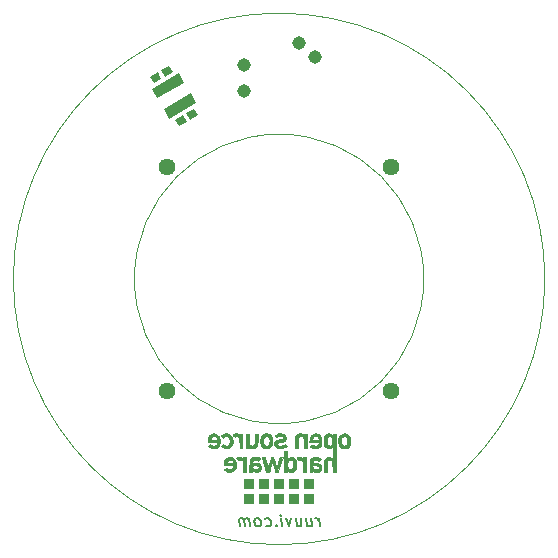
<source format=gbs>
G04 #@! TF.FileFunction,Soldermask,Bot*
%FSLAX46Y46*%
G04 Gerber Fmt 4.6, Leading zero omitted, Abs format (unit mm)*
G04 Created by KiCad (PCBNEW (2015-09-17 BZR 6202)-product) date 2015 September 30, Wednesday 13:53:37*
%MOMM*%
G01*
G04 APERTURE LIST*
%ADD10C,0.100000*%
%ADD11C,0.010000*%
%ADD12C,0.200000*%
%ADD13C,1.140000*%
%ADD14C,1.440000*%
%ADD15R,0.940000X0.940000*%
G04 APERTURE END LIST*
D10*
D11*
X45000000Y-22500000D02*
G75*
G03X45000000Y-22500000I-22500000J0D01*
G01*
X34750000Y-22500000D02*
G75*
G03X34750000Y-22500000I-12250000J0D01*
G01*
D12*
X25937500Y-43452381D02*
X25854166Y-42785714D01*
X25877976Y-42976190D02*
X25818452Y-42880952D01*
X25764881Y-42833333D01*
X25663690Y-42785714D01*
X25568451Y-42785714D01*
X24806546Y-42785714D02*
X24889880Y-43452381D01*
X25235118Y-42785714D02*
X25300594Y-43309524D01*
X25264880Y-43404762D01*
X25175595Y-43452381D01*
X25032737Y-43452381D01*
X24931546Y-43404762D01*
X24877975Y-43357143D01*
X23901784Y-42785714D02*
X23985118Y-43452381D01*
X24330356Y-42785714D02*
X24395832Y-43309524D01*
X24360118Y-43404762D01*
X24270833Y-43452381D01*
X24127975Y-43452381D01*
X24026784Y-43404762D01*
X23973213Y-43357143D01*
X23520832Y-42785714D02*
X23366071Y-43452381D01*
X23044641Y-42785714D01*
X22747023Y-43452381D02*
X22663689Y-42785714D01*
X22622023Y-42452381D02*
X22675594Y-42500000D01*
X22633927Y-42547619D01*
X22580356Y-42500000D01*
X22622023Y-42452381D01*
X22633927Y-42547619D01*
X22258928Y-43357143D02*
X22217261Y-43404762D01*
X22270833Y-43452381D01*
X22312499Y-43404762D01*
X22258928Y-43357143D01*
X22270833Y-43452381D01*
X21360118Y-43404762D02*
X21461309Y-43452381D01*
X21651786Y-43452381D01*
X21741071Y-43404762D01*
X21782738Y-43357143D01*
X21818452Y-43261905D01*
X21782738Y-42976190D01*
X21723214Y-42880952D01*
X21669643Y-42833333D01*
X21568452Y-42785714D01*
X21377975Y-42785714D01*
X21288690Y-42833333D01*
X20794643Y-43452381D02*
X20883928Y-43404762D01*
X20925595Y-43357143D01*
X20961309Y-43261905D01*
X20925595Y-42976190D01*
X20866071Y-42880952D01*
X20812500Y-42833333D01*
X20711309Y-42785714D01*
X20568451Y-42785714D01*
X20479166Y-42833333D01*
X20437499Y-42880952D01*
X20401785Y-42976190D01*
X20437499Y-43261905D01*
X20497023Y-43357143D01*
X20550594Y-43404762D01*
X20651785Y-43452381D01*
X20794643Y-43452381D01*
X20032738Y-43452381D02*
X19949404Y-42785714D01*
X19961309Y-42880952D02*
X19907738Y-42833333D01*
X19806547Y-42785714D01*
X19663689Y-42785714D01*
X19574404Y-42833333D01*
X19538689Y-42928571D01*
X19604166Y-43452381D01*
X19538689Y-42928571D02*
X19479166Y-42833333D01*
X19377975Y-42785714D01*
X19235118Y-42785714D01*
X19145833Y-42833333D01*
X19110118Y-42928571D01*
X19175595Y-43452381D01*
D11*
G36*
X25521688Y-37570966D02*
X25389539Y-37592511D01*
X25280206Y-37632977D01*
X25194912Y-37691565D01*
X25134884Y-37767474D01*
X25105151Y-37842958D01*
X25099706Y-37881610D01*
X25095153Y-37949094D01*
X25091588Y-38042501D01*
X25089106Y-38158922D01*
X25087804Y-38295449D01*
X25087625Y-38373842D01*
X25087625Y-38835125D01*
X25325750Y-38835125D01*
X25325750Y-38779562D01*
X25331061Y-38738324D01*
X25345095Y-38725189D01*
X25365006Y-38741685D01*
X25372636Y-38754367D01*
X25405600Y-38786322D01*
X25462779Y-38812229D01*
X25536969Y-38830598D01*
X25620963Y-38839939D01*
X25707555Y-38838762D01*
X25753523Y-38833118D01*
X25836815Y-38810334D01*
X25916834Y-38773169D01*
X25981227Y-38727740D01*
X25995882Y-38713159D01*
X26044463Y-38638982D01*
X26075375Y-38548829D01*
X26084571Y-38455398D01*
X26084457Y-38453532D01*
X25853955Y-38453532D01*
X25844834Y-38516178D01*
X25814046Y-38560225D01*
X25762319Y-38590873D01*
X25717682Y-38602328D01*
X25653789Y-38609205D01*
X25581176Y-38611450D01*
X25510380Y-38609012D01*
X25451937Y-38601838D01*
X25421000Y-38592576D01*
X25376653Y-38553908D01*
X25344404Y-38492060D01*
X25327509Y-38414344D01*
X25325775Y-38378718D01*
X25325750Y-38295375D01*
X25504344Y-38295463D01*
X25622243Y-38298348D01*
X25712009Y-38307833D01*
X25776839Y-38325364D01*
X25819929Y-38352386D01*
X25844475Y-38390345D01*
X25853674Y-38440684D01*
X25853955Y-38453532D01*
X26084457Y-38453532D01*
X26083508Y-38438081D01*
X26066800Y-38345460D01*
X26032554Y-38271026D01*
X25982398Y-38210227D01*
X25946105Y-38176315D01*
X25911035Y-38151209D01*
X25871423Y-38133375D01*
X25821506Y-38121280D01*
X25755519Y-38113390D01*
X25667697Y-38108172D01*
X25587688Y-38105206D01*
X25333688Y-38096937D01*
X25328755Y-38019210D01*
X25332337Y-37939740D01*
X25352590Y-37876791D01*
X25387442Y-37836327D01*
X25393457Y-37832748D01*
X25454039Y-37811589D01*
X25530001Y-37801056D01*
X25611923Y-37800691D01*
X25690386Y-37810033D01*
X25755968Y-37828623D01*
X25795662Y-37852377D01*
X25832314Y-37886809D01*
X25928475Y-37815351D01*
X26024635Y-37743893D01*
X25974557Y-37694932D01*
X25888022Y-37632019D01*
X25779941Y-37589969D01*
X25653420Y-37569631D01*
X25521688Y-37570966D01*
X25521688Y-37570966D01*
G37*
X25521688Y-37570966D02*
X25389539Y-37592511D01*
X25280206Y-37632977D01*
X25194912Y-37691565D01*
X25134884Y-37767474D01*
X25105151Y-37842958D01*
X25099706Y-37881610D01*
X25095153Y-37949094D01*
X25091588Y-38042501D01*
X25089106Y-38158922D01*
X25087804Y-38295449D01*
X25087625Y-38373842D01*
X25087625Y-38835125D01*
X25325750Y-38835125D01*
X25325750Y-38779562D01*
X25331061Y-38738324D01*
X25345095Y-38725189D01*
X25365006Y-38741685D01*
X25372636Y-38754367D01*
X25405600Y-38786322D01*
X25462779Y-38812229D01*
X25536969Y-38830598D01*
X25620963Y-38839939D01*
X25707555Y-38838762D01*
X25753523Y-38833118D01*
X25836815Y-38810334D01*
X25916834Y-38773169D01*
X25981227Y-38727740D01*
X25995882Y-38713159D01*
X26044463Y-38638982D01*
X26075375Y-38548829D01*
X26084571Y-38455398D01*
X26084457Y-38453532D01*
X25853955Y-38453532D01*
X25844834Y-38516178D01*
X25814046Y-38560225D01*
X25762319Y-38590873D01*
X25717682Y-38602328D01*
X25653789Y-38609205D01*
X25581176Y-38611450D01*
X25510380Y-38609012D01*
X25451937Y-38601838D01*
X25421000Y-38592576D01*
X25376653Y-38553908D01*
X25344404Y-38492060D01*
X25327509Y-38414344D01*
X25325775Y-38378718D01*
X25325750Y-38295375D01*
X25504344Y-38295463D01*
X25622243Y-38298348D01*
X25712009Y-38307833D01*
X25776839Y-38325364D01*
X25819929Y-38352386D01*
X25844475Y-38390345D01*
X25853674Y-38440684D01*
X25853955Y-38453532D01*
X26084457Y-38453532D01*
X26083508Y-38438081D01*
X26066800Y-38345460D01*
X26032554Y-38271026D01*
X25982398Y-38210227D01*
X25946105Y-38176315D01*
X25911035Y-38151209D01*
X25871423Y-38133375D01*
X25821506Y-38121280D01*
X25755519Y-38113390D01*
X25667697Y-38108172D01*
X25587688Y-38105206D01*
X25333688Y-38096937D01*
X25328755Y-38019210D01*
X25332337Y-37939740D01*
X25352590Y-37876791D01*
X25387442Y-37836327D01*
X25393457Y-37832748D01*
X25454039Y-37811589D01*
X25530001Y-37801056D01*
X25611923Y-37800691D01*
X25690386Y-37810033D01*
X25755968Y-37828623D01*
X25795662Y-37852377D01*
X25832314Y-37886809D01*
X25928475Y-37815351D01*
X26024635Y-37743893D01*
X25974557Y-37694932D01*
X25888022Y-37632019D01*
X25779941Y-37589969D01*
X25653420Y-37569631D01*
X25521688Y-37570966D01*
G36*
X22944500Y-38835125D02*
X23182625Y-38835125D01*
X23182625Y-38771625D01*
X23184418Y-38731842D01*
X23188897Y-38709733D01*
X23190700Y-38708125D01*
X23207113Y-38716657D01*
X23240108Y-38738443D01*
X23263391Y-38754932D01*
X23367271Y-38812272D01*
X23478200Y-38838673D01*
X23596873Y-38834301D01*
X23596916Y-38834294D01*
X23682188Y-38812496D01*
X23752767Y-38773793D01*
X23819796Y-38711822D01*
X23828647Y-38701934D01*
X23865411Y-38655901D01*
X23892533Y-38609385D01*
X23911784Y-38556010D01*
X23924938Y-38489400D01*
X23933767Y-38403181D01*
X23939492Y-38303312D01*
X23941667Y-38200592D01*
X23694741Y-38200592D01*
X23692598Y-38307489D01*
X23685271Y-38388532D01*
X23671415Y-38449381D01*
X23649685Y-38495699D01*
X23618735Y-38533149D01*
X23614852Y-38536838D01*
X23579056Y-38567368D01*
X23546383Y-38584901D01*
X23506499Y-38592378D01*
X23449072Y-38592740D01*
X23422110Y-38591695D01*
X23365062Y-38587844D01*
X23328331Y-38579331D01*
X23300485Y-38561366D01*
X23270090Y-38529159D01*
X23268508Y-38527331D01*
X23238890Y-38487349D01*
X23217978Y-38442895D01*
X23204509Y-38387858D01*
X23197224Y-38316127D01*
X23194861Y-38221590D01*
X23195054Y-38171357D01*
X23202585Y-38050220D01*
X23223510Y-37956472D01*
X23259227Y-37888106D01*
X23311131Y-37843115D01*
X23380618Y-37819493D01*
X23443286Y-37814589D01*
X23524816Y-37822130D01*
X23588239Y-37846468D01*
X23635232Y-37890175D01*
X23667470Y-37955824D01*
X23686629Y-38045989D01*
X23694385Y-38163240D01*
X23694741Y-38200592D01*
X23941667Y-38200592D01*
X23942949Y-38140072D01*
X23936421Y-38004107D01*
X23918971Y-37892259D01*
X23889661Y-37801369D01*
X23847551Y-37728280D01*
X23791705Y-37669831D01*
X23740644Y-37633945D01*
X23634375Y-37587399D01*
X23524622Y-37571683D01*
X23414709Y-37586615D01*
X23307960Y-37632014D01*
X23265094Y-37659959D01*
X23226027Y-37687219D01*
X23198321Y-37704627D01*
X23190700Y-37708000D01*
X23188246Y-37692917D01*
X23186092Y-37650837D01*
X23184359Y-37586512D01*
X23183169Y-37504695D01*
X23182641Y-37410138D01*
X23182625Y-37390500D01*
X23182625Y-37073000D01*
X22944500Y-37073000D01*
X22944500Y-38835125D01*
X22944500Y-38835125D01*
G37*
X22944500Y-38835125D02*
X23182625Y-38835125D01*
X23182625Y-38771625D01*
X23184418Y-38731842D01*
X23188897Y-38709733D01*
X23190700Y-38708125D01*
X23207113Y-38716657D01*
X23240108Y-38738443D01*
X23263391Y-38754932D01*
X23367271Y-38812272D01*
X23478200Y-38838673D01*
X23596873Y-38834301D01*
X23596916Y-38834294D01*
X23682188Y-38812496D01*
X23752767Y-38773793D01*
X23819796Y-38711822D01*
X23828647Y-38701934D01*
X23865411Y-38655901D01*
X23892533Y-38609385D01*
X23911784Y-38556010D01*
X23924938Y-38489400D01*
X23933767Y-38403181D01*
X23939492Y-38303312D01*
X23941667Y-38200592D01*
X23694741Y-38200592D01*
X23692598Y-38307489D01*
X23685271Y-38388532D01*
X23671415Y-38449381D01*
X23649685Y-38495699D01*
X23618735Y-38533149D01*
X23614852Y-38536838D01*
X23579056Y-38567368D01*
X23546383Y-38584901D01*
X23506499Y-38592378D01*
X23449072Y-38592740D01*
X23422110Y-38591695D01*
X23365062Y-38587844D01*
X23328331Y-38579331D01*
X23300485Y-38561366D01*
X23270090Y-38529159D01*
X23268508Y-38527331D01*
X23238890Y-38487349D01*
X23217978Y-38442895D01*
X23204509Y-38387858D01*
X23197224Y-38316127D01*
X23194861Y-38221590D01*
X23195054Y-38171357D01*
X23202585Y-38050220D01*
X23223510Y-37956472D01*
X23259227Y-37888106D01*
X23311131Y-37843115D01*
X23380618Y-37819493D01*
X23443286Y-37814589D01*
X23524816Y-37822130D01*
X23588239Y-37846468D01*
X23635232Y-37890175D01*
X23667470Y-37955824D01*
X23686629Y-38045989D01*
X23694385Y-38163240D01*
X23694741Y-38200592D01*
X23941667Y-38200592D01*
X23942949Y-38140072D01*
X23936421Y-38004107D01*
X23918971Y-37892259D01*
X23889661Y-37801369D01*
X23847551Y-37728280D01*
X23791705Y-37669831D01*
X23740644Y-37633945D01*
X23634375Y-37587399D01*
X23524622Y-37571683D01*
X23414709Y-37586615D01*
X23307960Y-37632014D01*
X23265094Y-37659959D01*
X23226027Y-37687219D01*
X23198321Y-37704627D01*
X23190700Y-37708000D01*
X23188246Y-37692917D01*
X23186092Y-37650837D01*
X23184359Y-37586512D01*
X23183169Y-37504695D01*
X23182641Y-37410138D01*
X23182625Y-37390500D01*
X23182625Y-37073000D01*
X22944500Y-37073000D01*
X22944500Y-38835125D01*
G36*
X20373605Y-37576554D02*
X20249030Y-37606984D01*
X20150053Y-37655946D01*
X20076235Y-37723808D01*
X20027132Y-37810936D01*
X20007738Y-37880823D01*
X20003462Y-37919569D01*
X19999618Y-37984864D01*
X19996365Y-38071508D01*
X19993863Y-38174301D01*
X19992272Y-38288043D01*
X19991750Y-38400729D01*
X19991750Y-38835125D01*
X20229875Y-38835125D01*
X20229875Y-38779562D01*
X20233549Y-38738750D01*
X20246605Y-38726650D01*
X20272098Y-38742469D01*
X20292943Y-38763226D01*
X20349640Y-38802903D01*
X20429228Y-38829367D01*
X20525167Y-38841309D01*
X20630913Y-38837420D01*
X20650898Y-38834879D01*
X20755794Y-38806845D01*
X20847549Y-38756503D01*
X20920765Y-38687945D01*
X20970041Y-38605268D01*
X20976309Y-38588127D01*
X20986980Y-38531359D01*
X20989377Y-38458594D01*
X20987976Y-38432384D01*
X20765466Y-38432384D01*
X20759961Y-38490197D01*
X20728606Y-38544446D01*
X20691872Y-38576622D01*
X20637823Y-38599251D01*
X20564380Y-38612324D01*
X20482470Y-38615699D01*
X20403023Y-38609233D01*
X20336965Y-38592783D01*
X20313645Y-38581558D01*
X20281553Y-38557639D01*
X20261003Y-38528086D01*
X20249064Y-38485160D01*
X20242807Y-38421122D01*
X20241349Y-38390625D01*
X20237813Y-38303312D01*
X20413648Y-38298849D01*
X20523727Y-38299009D01*
X20607451Y-38306594D01*
X20669585Y-38322756D01*
X20714898Y-38348644D01*
X20743202Y-38378416D01*
X20765466Y-38432384D01*
X20987976Y-38432384D01*
X20987716Y-38427531D01*
X20967699Y-38326173D01*
X20924078Y-38244506D01*
X20854401Y-38178542D01*
X20821575Y-38157346D01*
X20791507Y-38140541D01*
X20763419Y-38128370D01*
X20731254Y-38119869D01*
X20688953Y-38114075D01*
X20630457Y-38110023D01*
X20549710Y-38106749D01*
X20491813Y-38104875D01*
X20237813Y-38096937D01*
X20232949Y-38038459D01*
X20235883Y-37950517D01*
X20259996Y-37881909D01*
X20304135Y-37835475D01*
X20318707Y-37827405D01*
X20378087Y-37808456D01*
X20449467Y-37799403D01*
X20525439Y-37799464D01*
X20598595Y-37807857D01*
X20661525Y-37823800D01*
X20706820Y-37846511D01*
X20725867Y-37870384D01*
X20738710Y-37875884D01*
X20768953Y-37863027D01*
X20818506Y-37830725D01*
X20889274Y-37777889D01*
X20892825Y-37775137D01*
X20916885Y-37752798D01*
X20917099Y-37733018D01*
X20904000Y-37712013D01*
X20851216Y-37661263D01*
X20774022Y-37619898D01*
X20678798Y-37589548D01*
X20571923Y-37571842D01*
X20459776Y-37568409D01*
X20373605Y-37576554D01*
X20373605Y-37576554D01*
G37*
X20373605Y-37576554D02*
X20249030Y-37606984D01*
X20150053Y-37655946D01*
X20076235Y-37723808D01*
X20027132Y-37810936D01*
X20007738Y-37880823D01*
X20003462Y-37919569D01*
X19999618Y-37984864D01*
X19996365Y-38071508D01*
X19993863Y-38174301D01*
X19992272Y-38288043D01*
X19991750Y-38400729D01*
X19991750Y-38835125D01*
X20229875Y-38835125D01*
X20229875Y-38779562D01*
X20233549Y-38738750D01*
X20246605Y-38726650D01*
X20272098Y-38742469D01*
X20292943Y-38763226D01*
X20349640Y-38802903D01*
X20429228Y-38829367D01*
X20525167Y-38841309D01*
X20630913Y-38837420D01*
X20650898Y-38834879D01*
X20755794Y-38806845D01*
X20847549Y-38756503D01*
X20920765Y-38687945D01*
X20970041Y-38605268D01*
X20976309Y-38588127D01*
X20986980Y-38531359D01*
X20989377Y-38458594D01*
X20987976Y-38432384D01*
X20765466Y-38432384D01*
X20759961Y-38490197D01*
X20728606Y-38544446D01*
X20691872Y-38576622D01*
X20637823Y-38599251D01*
X20564380Y-38612324D01*
X20482470Y-38615699D01*
X20403023Y-38609233D01*
X20336965Y-38592783D01*
X20313645Y-38581558D01*
X20281553Y-38557639D01*
X20261003Y-38528086D01*
X20249064Y-38485160D01*
X20242807Y-38421122D01*
X20241349Y-38390625D01*
X20237813Y-38303312D01*
X20413648Y-38298849D01*
X20523727Y-38299009D01*
X20607451Y-38306594D01*
X20669585Y-38322756D01*
X20714898Y-38348644D01*
X20743202Y-38378416D01*
X20765466Y-38432384D01*
X20987976Y-38432384D01*
X20987716Y-38427531D01*
X20967699Y-38326173D01*
X20924078Y-38244506D01*
X20854401Y-38178542D01*
X20821575Y-38157346D01*
X20791507Y-38140541D01*
X20763419Y-38128370D01*
X20731254Y-38119869D01*
X20688953Y-38114075D01*
X20630457Y-38110023D01*
X20549710Y-38106749D01*
X20491813Y-38104875D01*
X20237813Y-38096937D01*
X20232949Y-38038459D01*
X20235883Y-37950517D01*
X20259996Y-37881909D01*
X20304135Y-37835475D01*
X20318707Y-37827405D01*
X20378087Y-37808456D01*
X20449467Y-37799403D01*
X20525439Y-37799464D01*
X20598595Y-37807857D01*
X20661525Y-37823800D01*
X20706820Y-37846511D01*
X20725867Y-37870384D01*
X20738710Y-37875884D01*
X20768953Y-37863027D01*
X20818506Y-37830725D01*
X20889274Y-37777889D01*
X20892825Y-37775137D01*
X20916885Y-37752798D01*
X20917099Y-37733018D01*
X20904000Y-37712013D01*
X20851216Y-37661263D01*
X20774022Y-37619898D01*
X20678798Y-37589548D01*
X20571923Y-37571842D01*
X20459776Y-37568409D01*
X20373605Y-37576554D01*
G36*
X18254520Y-37577682D02*
X18235488Y-37581293D01*
X18151062Y-37602909D01*
X18084706Y-37631892D01*
X18022748Y-37675053D01*
X17989319Y-37703921D01*
X17924681Y-37777406D01*
X17876299Y-37867924D01*
X17843101Y-37978763D01*
X17824014Y-38113210D01*
X17818380Y-38227906D01*
X17817104Y-38295375D01*
X18213865Y-38295375D01*
X18339333Y-38295246D01*
X18436377Y-38295532D01*
X18508316Y-38297242D01*
X18558471Y-38301387D01*
X18590160Y-38308975D01*
X18606704Y-38321017D01*
X18611423Y-38338521D01*
X18607636Y-38362496D01*
X18598664Y-38393954D01*
X18593796Y-38410902D01*
X18562064Y-38480188D01*
X18511550Y-38542166D01*
X18451308Y-38586778D01*
X18425587Y-38597817D01*
X18335735Y-38612673D01*
X18237807Y-38604236D01*
X18143399Y-38574137D01*
X18102651Y-38552419D01*
X18021178Y-38501773D01*
X17942847Y-38569230D01*
X17902717Y-38605305D01*
X17874466Y-38633596D01*
X17864508Y-38647356D01*
X17875599Y-38662747D01*
X17904165Y-38691076D01*
X17930710Y-38714698D01*
X18031190Y-38780364D01*
X18149437Y-38822493D01*
X18280669Y-38839904D01*
X18409221Y-38833011D01*
X18529135Y-38801801D01*
X18631497Y-38744898D01*
X18715331Y-38663691D01*
X18779660Y-38559567D01*
X18823509Y-38433912D01*
X18845904Y-38288114D01*
X18848750Y-38208062D01*
X18840959Y-38104875D01*
X18614683Y-38104875D01*
X18070875Y-38104875D01*
X18070875Y-38060613D01*
X18081297Y-38007377D01*
X18108011Y-37945361D01*
X18144197Y-37887548D01*
X18183032Y-37846925D01*
X18183229Y-37846781D01*
X18257894Y-37810652D01*
X18342260Y-37798921D01*
X18426221Y-37811566D01*
X18498272Y-37847511D01*
X18556493Y-37910173D01*
X18594315Y-37994175D01*
X18603908Y-38037487D01*
X18614683Y-38104875D01*
X18840959Y-38104875D01*
X18837294Y-38056339D01*
X18804166Y-37921647D01*
X18751227Y-37805889D01*
X18680339Y-37710966D01*
X18593363Y-37638782D01*
X18492160Y-37591239D01*
X18378592Y-37570238D01*
X18254520Y-37577682D01*
X18254520Y-37577682D01*
G37*
X18254520Y-37577682D02*
X18235488Y-37581293D01*
X18151062Y-37602909D01*
X18084706Y-37631892D01*
X18022748Y-37675053D01*
X17989319Y-37703921D01*
X17924681Y-37777406D01*
X17876299Y-37867924D01*
X17843101Y-37978763D01*
X17824014Y-38113210D01*
X17818380Y-38227906D01*
X17817104Y-38295375D01*
X18213865Y-38295375D01*
X18339333Y-38295246D01*
X18436377Y-38295532D01*
X18508316Y-38297242D01*
X18558471Y-38301387D01*
X18590160Y-38308975D01*
X18606704Y-38321017D01*
X18611423Y-38338521D01*
X18607636Y-38362496D01*
X18598664Y-38393954D01*
X18593796Y-38410902D01*
X18562064Y-38480188D01*
X18511550Y-38542166D01*
X18451308Y-38586778D01*
X18425587Y-38597817D01*
X18335735Y-38612673D01*
X18237807Y-38604236D01*
X18143399Y-38574137D01*
X18102651Y-38552419D01*
X18021178Y-38501773D01*
X17942847Y-38569230D01*
X17902717Y-38605305D01*
X17874466Y-38633596D01*
X17864508Y-38647356D01*
X17875599Y-38662747D01*
X17904165Y-38691076D01*
X17930710Y-38714698D01*
X18031190Y-38780364D01*
X18149437Y-38822493D01*
X18280669Y-38839904D01*
X18409221Y-38833011D01*
X18529135Y-38801801D01*
X18631497Y-38744898D01*
X18715331Y-38663691D01*
X18779660Y-38559567D01*
X18823509Y-38433912D01*
X18845904Y-38288114D01*
X18848750Y-38208062D01*
X18840959Y-38104875D01*
X18614683Y-38104875D01*
X18070875Y-38104875D01*
X18070875Y-38060613D01*
X18081297Y-38007377D01*
X18108011Y-37945361D01*
X18144197Y-37887548D01*
X18183032Y-37846925D01*
X18183229Y-37846781D01*
X18257894Y-37810652D01*
X18342260Y-37798921D01*
X18426221Y-37811566D01*
X18498272Y-37847511D01*
X18556493Y-37910173D01*
X18594315Y-37994175D01*
X18603908Y-38037487D01*
X18614683Y-38104875D01*
X18840959Y-38104875D01*
X18837294Y-38056339D01*
X18804166Y-37921647D01*
X18751227Y-37805889D01*
X18680339Y-37710966D01*
X18593363Y-37638782D01*
X18492160Y-37591239D01*
X18378592Y-37570238D01*
X18254520Y-37577682D01*
G36*
X26588889Y-35595181D02*
X26523430Y-35618432D01*
X26446468Y-35667116D01*
X26377845Y-35733966D01*
X26326165Y-35809512D01*
X26306054Y-35857719D01*
X26298200Y-35901834D01*
X26292329Y-35970773D01*
X26288428Y-36057674D01*
X26286483Y-36155675D01*
X26286481Y-36257914D01*
X26288407Y-36357527D01*
X26292249Y-36447653D01*
X26297991Y-36521429D01*
X26305620Y-36571992D01*
X26307503Y-36579160D01*
X26338095Y-36642308D01*
X26388957Y-36708292D01*
X26451363Y-36768323D01*
X26516593Y-36813612D01*
X26557905Y-36831444D01*
X26669339Y-36849218D01*
X26781646Y-36839556D01*
X26887280Y-36804137D01*
X26978692Y-36744637D01*
X26988657Y-36735670D01*
X27024375Y-36702340D01*
X27024375Y-37713534D01*
X26988657Y-37680487D01*
X26907622Y-37624308D01*
X26811872Y-37587680D01*
X26710018Y-37571934D01*
X26610672Y-37578402D01*
X26522464Y-37608405D01*
X26435222Y-37663243D01*
X26371472Y-37725382D01*
X26325545Y-37797631D01*
X26314389Y-37820186D01*
X26305528Y-37841859D01*
X26298653Y-37866528D01*
X26293454Y-37898068D01*
X26289623Y-37940357D01*
X26286852Y-37997272D01*
X26284831Y-38072688D01*
X26283253Y-38170485D01*
X26281808Y-38294537D01*
X26281172Y-38354906D01*
X26276156Y-38835125D01*
X26514071Y-38835125D01*
X26519192Y-38410468D01*
X26520848Y-38282776D01*
X26522591Y-38182799D01*
X26524756Y-38106504D01*
X26527677Y-38049858D01*
X26531686Y-38008828D01*
X26537119Y-37979379D01*
X26544308Y-37957479D01*
X26553588Y-37939094D01*
X26558935Y-37930250D01*
X26615993Y-37864661D01*
X26689241Y-37825999D01*
X26779995Y-37813581D01*
X26783516Y-37813614D01*
X26859497Y-37823402D01*
X26920336Y-37853746D01*
X26975443Y-37909667D01*
X26983707Y-37920453D01*
X26993445Y-37935055D01*
X27001106Y-37952321D01*
X27006990Y-37976119D01*
X27011399Y-38010315D01*
X27014636Y-38058776D01*
X27017002Y-38125368D01*
X27018800Y-38213959D01*
X27020331Y-38328415D01*
X27021125Y-38399691D01*
X27025811Y-38835125D01*
X27278375Y-38835125D01*
X27278375Y-36223687D01*
X27016438Y-36223687D01*
X27016073Y-36313188D01*
X27014406Y-36377344D01*
X27010574Y-36422559D01*
X27003719Y-36455235D01*
X26992979Y-36481775D01*
X26978330Y-36507239D01*
X26943221Y-36550911D01*
X26902381Y-36584678D01*
X26891017Y-36590841D01*
X26831219Y-36605969D01*
X26759497Y-36607355D01*
X26689411Y-36596058D01*
X26634523Y-36573135D01*
X26630811Y-36570552D01*
X26589311Y-36533369D01*
X26559571Y-36488208D01*
X26539951Y-36429607D01*
X26528812Y-36352102D01*
X26524514Y-36250230D01*
X26524313Y-36215750D01*
X26526963Y-36105787D01*
X26535997Y-36021775D01*
X26553042Y-35958273D01*
X26579725Y-35909840D01*
X26617673Y-35871036D01*
X26630287Y-35861339D01*
X26694520Y-35831783D01*
X26771869Y-35821748D01*
X26849932Y-35831860D01*
X26892392Y-35848082D01*
X26936429Y-35874981D01*
X26968940Y-35907602D01*
X26991556Y-35950886D01*
X27005909Y-36009772D01*
X27013629Y-36089201D01*
X27016348Y-36194113D01*
X27016438Y-36223687D01*
X27278375Y-36223687D01*
X27278375Y-35596625D01*
X27024375Y-35596625D01*
X27024375Y-35663095D01*
X27024376Y-35729565D01*
X26980719Y-35687928D01*
X26897794Y-35629640D01*
X26799457Y-35593933D01*
X26693794Y-35582038D01*
X26588889Y-35595181D01*
X26588889Y-35595181D01*
G37*
X26588889Y-35595181D02*
X26523430Y-35618432D01*
X26446468Y-35667116D01*
X26377845Y-35733966D01*
X26326165Y-35809512D01*
X26306054Y-35857719D01*
X26298200Y-35901834D01*
X26292329Y-35970773D01*
X26288428Y-36057674D01*
X26286483Y-36155675D01*
X26286481Y-36257914D01*
X26288407Y-36357527D01*
X26292249Y-36447653D01*
X26297991Y-36521429D01*
X26305620Y-36571992D01*
X26307503Y-36579160D01*
X26338095Y-36642308D01*
X26388957Y-36708292D01*
X26451363Y-36768323D01*
X26516593Y-36813612D01*
X26557905Y-36831444D01*
X26669339Y-36849218D01*
X26781646Y-36839556D01*
X26887280Y-36804137D01*
X26978692Y-36744637D01*
X26988657Y-36735670D01*
X27024375Y-36702340D01*
X27024375Y-37713534D01*
X26988657Y-37680487D01*
X26907622Y-37624308D01*
X26811872Y-37587680D01*
X26710018Y-37571934D01*
X26610672Y-37578402D01*
X26522464Y-37608405D01*
X26435222Y-37663243D01*
X26371472Y-37725382D01*
X26325545Y-37797631D01*
X26314389Y-37820186D01*
X26305528Y-37841859D01*
X26298653Y-37866528D01*
X26293454Y-37898068D01*
X26289623Y-37940357D01*
X26286852Y-37997272D01*
X26284831Y-38072688D01*
X26283253Y-38170485D01*
X26281808Y-38294537D01*
X26281172Y-38354906D01*
X26276156Y-38835125D01*
X26514071Y-38835125D01*
X26519192Y-38410468D01*
X26520848Y-38282776D01*
X26522591Y-38182799D01*
X26524756Y-38106504D01*
X26527677Y-38049858D01*
X26531686Y-38008828D01*
X26537119Y-37979379D01*
X26544308Y-37957479D01*
X26553588Y-37939094D01*
X26558935Y-37930250D01*
X26615993Y-37864661D01*
X26689241Y-37825999D01*
X26779995Y-37813581D01*
X26783516Y-37813614D01*
X26859497Y-37823402D01*
X26920336Y-37853746D01*
X26975443Y-37909667D01*
X26983707Y-37920453D01*
X26993445Y-37935055D01*
X27001106Y-37952321D01*
X27006990Y-37976119D01*
X27011399Y-38010315D01*
X27014636Y-38058776D01*
X27017002Y-38125368D01*
X27018800Y-38213959D01*
X27020331Y-38328415D01*
X27021125Y-38399691D01*
X27025811Y-38835125D01*
X27278375Y-38835125D01*
X27278375Y-36223687D01*
X27016438Y-36223687D01*
X27016073Y-36313188D01*
X27014406Y-36377344D01*
X27010574Y-36422559D01*
X27003719Y-36455235D01*
X26992979Y-36481775D01*
X26978330Y-36507239D01*
X26943221Y-36550911D01*
X26902381Y-36584678D01*
X26891017Y-36590841D01*
X26831219Y-36605969D01*
X26759497Y-36607355D01*
X26689411Y-36596058D01*
X26634523Y-36573135D01*
X26630811Y-36570552D01*
X26589311Y-36533369D01*
X26559571Y-36488208D01*
X26539951Y-36429607D01*
X26528812Y-36352102D01*
X26524514Y-36250230D01*
X26524313Y-36215750D01*
X26526963Y-36105787D01*
X26535997Y-36021775D01*
X26553042Y-35958273D01*
X26579725Y-35909840D01*
X26617673Y-35871036D01*
X26630287Y-35861339D01*
X26694520Y-35831783D01*
X26771869Y-35821748D01*
X26849932Y-35831860D01*
X26892392Y-35848082D01*
X26936429Y-35874981D01*
X26968940Y-35907602D01*
X26991556Y-35950886D01*
X27005909Y-36009772D01*
X27013629Y-36089201D01*
X27016348Y-36194113D01*
X27016438Y-36223687D01*
X27278375Y-36223687D01*
X27278375Y-35596625D01*
X27024375Y-35596625D01*
X27024375Y-35663095D01*
X27024376Y-35729565D01*
X26980719Y-35687928D01*
X26897794Y-35629640D01*
X26799457Y-35593933D01*
X26693794Y-35582038D01*
X26588889Y-35595181D01*
G36*
X24130473Y-37579375D02*
X24043844Y-37609487D01*
X24004311Y-37633696D01*
X23980030Y-37654954D01*
X23976375Y-37662510D01*
X23986157Y-37682063D01*
X24012052Y-37718083D01*
X24048884Y-37763484D01*
X24057079Y-37773033D01*
X24137783Y-37866191D01*
X24188048Y-37839911D01*
X24252696Y-37819796D01*
X24328085Y-37816135D01*
X24399446Y-37828707D01*
X24433627Y-37843617D01*
X24472879Y-37876431D01*
X24508902Y-37921477D01*
X24514629Y-37930981D01*
X24524645Y-37950381D01*
X24532423Y-37971341D01*
X24538244Y-37997944D01*
X24542390Y-38034270D01*
X24545143Y-38084401D01*
X24546785Y-38152417D01*
X24547597Y-38242400D01*
X24547860Y-38358431D01*
X24547875Y-38412630D01*
X24547875Y-38835125D01*
X24801875Y-38835125D01*
X24801875Y-37581000D01*
X24547875Y-37581000D01*
X24547875Y-37713534D01*
X24512157Y-37680487D01*
X24430168Y-37623682D01*
X24333536Y-37587033D01*
X24230794Y-37571833D01*
X24130473Y-37579375D01*
X24130473Y-37579375D01*
G37*
X24130473Y-37579375D02*
X24043844Y-37609487D01*
X24004311Y-37633696D01*
X23980030Y-37654954D01*
X23976375Y-37662510D01*
X23986157Y-37682063D01*
X24012052Y-37718083D01*
X24048884Y-37763484D01*
X24057079Y-37773033D01*
X24137783Y-37866191D01*
X24188048Y-37839911D01*
X24252696Y-37819796D01*
X24328085Y-37816135D01*
X24399446Y-37828707D01*
X24433627Y-37843617D01*
X24472879Y-37876431D01*
X24508902Y-37921477D01*
X24514629Y-37930981D01*
X24524645Y-37950381D01*
X24532423Y-37971341D01*
X24538244Y-37997944D01*
X24542390Y-38034270D01*
X24545143Y-38084401D01*
X24546785Y-38152417D01*
X24547597Y-38242400D01*
X24547860Y-38358431D01*
X24547875Y-38412630D01*
X24547875Y-38835125D01*
X24801875Y-38835125D01*
X24801875Y-37581000D01*
X24547875Y-37581000D01*
X24547875Y-37713534D01*
X24512157Y-37680487D01*
X24430168Y-37623682D01*
X24333536Y-37587033D01*
X24230794Y-37571833D01*
X24130473Y-37579375D01*
G36*
X22669383Y-37584351D02*
X22540231Y-37588937D01*
X22422386Y-38021531D01*
X22391635Y-38133150D01*
X22363166Y-38234086D01*
X22338122Y-38320473D01*
X22317647Y-38388446D01*
X22302885Y-38434137D01*
X22294980Y-38453681D01*
X22294399Y-38454125D01*
X22287126Y-38439624D01*
X22271542Y-38398635D01*
X22248951Y-38334930D01*
X22220660Y-38252278D01*
X22187974Y-38154451D01*
X22152198Y-38045218D01*
X22143245Y-38017562D01*
X22002233Y-37581000D01*
X21822401Y-37581000D01*
X21802691Y-37648468D01*
X21782516Y-37715488D01*
X21756899Y-37797498D01*
X21727367Y-37889914D01*
X21695451Y-37988153D01*
X21662680Y-38087629D01*
X21630582Y-38183760D01*
X21600687Y-38271962D01*
X21574523Y-38347650D01*
X21553621Y-38406241D01*
X21539510Y-38443152D01*
X21533948Y-38454060D01*
X21527340Y-38439339D01*
X21513733Y-38397780D01*
X21494259Y-38333235D01*
X21470049Y-38249557D01*
X21442233Y-38150600D01*
X21411943Y-38040216D01*
X21405793Y-38017498D01*
X21287899Y-37580999D01*
X21163700Y-37581000D01*
X21105373Y-37582401D01*
X21061629Y-37586118D01*
X21040096Y-37591423D01*
X21039078Y-37592906D01*
X21043633Y-37610147D01*
X21056812Y-37654382D01*
X21077603Y-37722351D01*
X21104995Y-37810798D01*
X21137979Y-37916461D01*
X21175541Y-38036083D01*
X21216672Y-38166405D01*
X21233547Y-38219695D01*
X21428438Y-38834577D01*
X21534913Y-38834851D01*
X21641387Y-38835125D01*
X21688720Y-38680343D01*
X21709575Y-38611658D01*
X21736708Y-38521582D01*
X21767401Y-38419176D01*
X21798937Y-38313498D01*
X21818480Y-38247750D01*
X21845325Y-38158510D01*
X21869681Y-38079859D01*
X21889927Y-38016850D01*
X21904442Y-37974537D01*
X21911399Y-37958161D01*
X21916865Y-37964058D01*
X21927512Y-37989499D01*
X21943792Y-38035926D01*
X21966159Y-38104779D01*
X21995062Y-38197498D01*
X22030954Y-38315525D01*
X22074287Y-38460300D01*
X22125513Y-38633264D01*
X22162735Y-38759718D01*
X22184889Y-38835125D01*
X22398643Y-38835125D01*
X22521169Y-38450156D01*
X22560223Y-38327474D01*
X22601250Y-38198638D01*
X22641633Y-38071856D01*
X22678758Y-37955338D01*
X22710011Y-37857294D01*
X22721115Y-37822476D01*
X22798534Y-37579765D01*
X22669383Y-37584351D01*
X22669383Y-37584351D01*
G37*
X22669383Y-37584351D02*
X22540231Y-37588937D01*
X22422386Y-38021531D01*
X22391635Y-38133150D01*
X22363166Y-38234086D01*
X22338122Y-38320473D01*
X22317647Y-38388446D01*
X22302885Y-38434137D01*
X22294980Y-38453681D01*
X22294399Y-38454125D01*
X22287126Y-38439624D01*
X22271542Y-38398635D01*
X22248951Y-38334930D01*
X22220660Y-38252278D01*
X22187974Y-38154451D01*
X22152198Y-38045218D01*
X22143245Y-38017562D01*
X22002233Y-37581000D01*
X21822401Y-37581000D01*
X21802691Y-37648468D01*
X21782516Y-37715488D01*
X21756899Y-37797498D01*
X21727367Y-37889914D01*
X21695451Y-37988153D01*
X21662680Y-38087629D01*
X21630582Y-38183760D01*
X21600687Y-38271962D01*
X21574523Y-38347650D01*
X21553621Y-38406241D01*
X21539510Y-38443152D01*
X21533948Y-38454060D01*
X21527340Y-38439339D01*
X21513733Y-38397780D01*
X21494259Y-38333235D01*
X21470049Y-38249557D01*
X21442233Y-38150600D01*
X21411943Y-38040216D01*
X21405793Y-38017498D01*
X21287899Y-37580999D01*
X21163700Y-37581000D01*
X21105373Y-37582401D01*
X21061629Y-37586118D01*
X21040096Y-37591423D01*
X21039078Y-37592906D01*
X21043633Y-37610147D01*
X21056812Y-37654382D01*
X21077603Y-37722351D01*
X21104995Y-37810798D01*
X21137979Y-37916461D01*
X21175541Y-38036083D01*
X21216672Y-38166405D01*
X21233547Y-38219695D01*
X21428438Y-38834577D01*
X21534913Y-38834851D01*
X21641387Y-38835125D01*
X21688720Y-38680343D01*
X21709575Y-38611658D01*
X21736708Y-38521582D01*
X21767401Y-38419176D01*
X21798937Y-38313498D01*
X21818480Y-38247750D01*
X21845325Y-38158510D01*
X21869681Y-38079859D01*
X21889927Y-38016850D01*
X21904442Y-37974537D01*
X21911399Y-37958161D01*
X21916865Y-37964058D01*
X21927512Y-37989499D01*
X21943792Y-38035926D01*
X21966159Y-38104779D01*
X21995062Y-38197498D01*
X22030954Y-38315525D01*
X22074287Y-38460300D01*
X22125513Y-38633264D01*
X22162735Y-38759718D01*
X22184889Y-38835125D01*
X22398643Y-38835125D01*
X22521169Y-38450156D01*
X22560223Y-38327474D01*
X22601250Y-38198638D01*
X22641633Y-38071856D01*
X22678758Y-37955338D01*
X22710011Y-37857294D01*
X22721115Y-37822476D01*
X22798534Y-37579765D01*
X22669383Y-37584351D01*
G36*
X19074455Y-37570607D02*
X19024518Y-37584596D01*
X18970835Y-37603405D01*
X18923551Y-37623348D01*
X18892809Y-37640738D01*
X18887379Y-37646213D01*
X18887914Y-37662865D01*
X18904323Y-37692977D01*
X18938592Y-37739493D01*
X18992711Y-37805358D01*
X19003041Y-37817533D01*
X19048988Y-37871503D01*
X19093617Y-37842261D01*
X19161751Y-37815289D01*
X19237866Y-37813254D01*
X19313518Y-37833916D01*
X19380269Y-37875038D01*
X19427626Y-37930811D01*
X19437389Y-37949364D01*
X19445052Y-37970547D01*
X19450931Y-37998388D01*
X19455336Y-38036915D01*
X19458580Y-38090157D01*
X19460977Y-38162141D01*
X19462838Y-38256897D01*
X19464477Y-38378451D01*
X19464854Y-38410468D01*
X19469769Y-38835125D01*
X19706000Y-38835125D01*
X19706000Y-37581000D01*
X19467875Y-37581000D01*
X19467875Y-37644500D01*
X19466144Y-37684282D01*
X19461818Y-37706392D01*
X19460075Y-37708000D01*
X19444212Y-37699145D01*
X19411444Y-37676295D01*
X19381406Y-37653904D01*
X19302660Y-37608756D01*
X19208741Y-37577500D01*
X19114963Y-37565155D01*
X19110502Y-37565124D01*
X19074455Y-37570607D01*
X19074455Y-37570607D01*
G37*
X19074455Y-37570607D02*
X19024518Y-37584596D01*
X18970835Y-37603405D01*
X18923551Y-37623348D01*
X18892809Y-37640738D01*
X18887379Y-37646213D01*
X18887914Y-37662865D01*
X18904323Y-37692977D01*
X18938592Y-37739493D01*
X18992711Y-37805358D01*
X19003041Y-37817533D01*
X19048988Y-37871503D01*
X19093617Y-37842261D01*
X19161751Y-37815289D01*
X19237866Y-37813254D01*
X19313518Y-37833916D01*
X19380269Y-37875038D01*
X19427626Y-37930811D01*
X19437389Y-37949364D01*
X19445052Y-37970547D01*
X19450931Y-37998388D01*
X19455336Y-38036915D01*
X19458580Y-38090157D01*
X19460977Y-38162141D01*
X19462838Y-38256897D01*
X19464477Y-38378451D01*
X19464854Y-38410468D01*
X19469769Y-38835125D01*
X19706000Y-38835125D01*
X19706000Y-37581000D01*
X19467875Y-37581000D01*
X19467875Y-37644500D01*
X19466144Y-37684282D01*
X19461818Y-37706392D01*
X19460075Y-37708000D01*
X19444212Y-37699145D01*
X19411444Y-37676295D01*
X19381406Y-37653904D01*
X19302660Y-37608756D01*
X19208741Y-37577500D01*
X19114963Y-37565155D01*
X19110502Y-37565124D01*
X19074455Y-37570607D01*
G36*
X27908052Y-35591590D02*
X27799811Y-35626495D01*
X27700319Y-35686030D01*
X27649581Y-35731066D01*
X27600249Y-35786029D01*
X27563607Y-35840287D01*
X27537896Y-35899884D01*
X27521358Y-35970864D01*
X27512234Y-36059271D01*
X27508766Y-36171152D01*
X27508563Y-36215750D01*
X27510505Y-36337016D01*
X27517502Y-36432749D01*
X27531314Y-36508993D01*
X27553699Y-36571792D01*
X27586416Y-36627191D01*
X27631223Y-36681235D01*
X27649581Y-36700433D01*
X27745371Y-36776190D01*
X27856256Y-36826608D01*
X27976494Y-36850300D01*
X28100342Y-36845883D01*
X28178104Y-36827898D01*
X28288932Y-36777542D01*
X28382016Y-36702962D01*
X28453193Y-36607901D01*
X28477265Y-36558728D01*
X28499316Y-36482769D01*
X28513699Y-36384704D01*
X28520501Y-36273190D01*
X28520043Y-36196088D01*
X28280008Y-36196088D01*
X28278292Y-36289477D01*
X28270242Y-36375058D01*
X28255838Y-36443134D01*
X28248252Y-36463383D01*
X28200376Y-36533860D01*
X28132296Y-36588076D01*
X28103875Y-36602024D01*
X28058814Y-36609728D01*
X27998019Y-36607190D01*
X27935114Y-36596263D01*
X27883722Y-36578798D01*
X27869061Y-36570117D01*
X27806941Y-36509243D01*
X27766945Y-36432664D01*
X27746085Y-36334609D01*
X27745812Y-36332099D01*
X27740825Y-36245843D01*
X27742739Y-36155844D01*
X27750744Y-36071360D01*
X27764034Y-36001650D01*
X27778092Y-35962418D01*
X27828734Y-35894569D01*
X27894859Y-35848889D01*
X27970249Y-35825328D01*
X28048683Y-35823840D01*
X28123942Y-35844377D01*
X28189807Y-35886889D01*
X28240056Y-35951329D01*
X28247325Y-35966046D01*
X28264506Y-36024675D01*
X28275407Y-36104588D01*
X28280008Y-36196088D01*
X28520043Y-36196088D01*
X28519809Y-36156881D01*
X28511710Y-36044432D01*
X28496291Y-35944499D01*
X28473640Y-35865738D01*
X28470212Y-35857604D01*
X28411109Y-35760399D01*
X28331717Y-35683347D01*
X28236875Y-35627194D01*
X28131424Y-35592686D01*
X28020203Y-35580569D01*
X27908052Y-35591590D01*
X27908052Y-35591590D01*
G37*
X27908052Y-35591590D02*
X27799811Y-35626495D01*
X27700319Y-35686030D01*
X27649581Y-35731066D01*
X27600249Y-35786029D01*
X27563607Y-35840287D01*
X27537896Y-35899884D01*
X27521358Y-35970864D01*
X27512234Y-36059271D01*
X27508766Y-36171152D01*
X27508563Y-36215750D01*
X27510505Y-36337016D01*
X27517502Y-36432749D01*
X27531314Y-36508993D01*
X27553699Y-36571792D01*
X27586416Y-36627191D01*
X27631223Y-36681235D01*
X27649581Y-36700433D01*
X27745371Y-36776190D01*
X27856256Y-36826608D01*
X27976494Y-36850300D01*
X28100342Y-36845883D01*
X28178104Y-36827898D01*
X28288932Y-36777542D01*
X28382016Y-36702962D01*
X28453193Y-36607901D01*
X28477265Y-36558728D01*
X28499316Y-36482769D01*
X28513699Y-36384704D01*
X28520501Y-36273190D01*
X28520043Y-36196088D01*
X28280008Y-36196088D01*
X28278292Y-36289477D01*
X28270242Y-36375058D01*
X28255838Y-36443134D01*
X28248252Y-36463383D01*
X28200376Y-36533860D01*
X28132296Y-36588076D01*
X28103875Y-36602024D01*
X28058814Y-36609728D01*
X27998019Y-36607190D01*
X27935114Y-36596263D01*
X27883722Y-36578798D01*
X27869061Y-36570117D01*
X27806941Y-36509243D01*
X27766945Y-36432664D01*
X27746085Y-36334609D01*
X27745812Y-36332099D01*
X27740825Y-36245843D01*
X27742739Y-36155844D01*
X27750744Y-36071360D01*
X27764034Y-36001650D01*
X27778092Y-35962418D01*
X27828734Y-35894569D01*
X27894859Y-35848889D01*
X27970249Y-35825328D01*
X28048683Y-35823840D01*
X28123942Y-35844377D01*
X28189807Y-35886889D01*
X28240056Y-35951329D01*
X28247325Y-35966046D01*
X28264506Y-36024675D01*
X28275407Y-36104588D01*
X28280008Y-36196088D01*
X28520043Y-36196088D01*
X28519809Y-36156881D01*
X28511710Y-36044432D01*
X28496291Y-35944499D01*
X28473640Y-35865738D01*
X28470212Y-35857604D01*
X28411109Y-35760399D01*
X28331717Y-35683347D01*
X28236875Y-35627194D01*
X28131424Y-35592686D01*
X28020203Y-35580569D01*
X27908052Y-35591590D01*
G36*
X25485569Y-35590028D02*
X25373292Y-35623139D01*
X25270093Y-35685429D01*
X25233424Y-35716073D01*
X25173231Y-35778176D01*
X25129872Y-35844102D01*
X25100748Y-35920676D01*
X25083261Y-36014723D01*
X25074832Y-36132406D01*
X25068324Y-36311000D01*
X25849625Y-36311000D01*
X25849277Y-36354656D01*
X25842415Y-36396837D01*
X25825738Y-36448403D01*
X25819521Y-36463060D01*
X25769447Y-36539139D01*
X25701524Y-36591628D01*
X25619705Y-36620024D01*
X25527939Y-36623821D01*
X25430177Y-36602515D01*
X25330371Y-36555600D01*
X25292028Y-36530455D01*
X25273623Y-36523949D01*
X25249642Y-36531840D01*
X25213486Y-36557225D01*
X25184872Y-36580731D01*
X25143684Y-36617195D01*
X25114416Y-36646414D01*
X25103500Y-36661861D01*
X25116518Y-36680610D01*
X25150739Y-36708844D01*
X25198918Y-36741952D01*
X25253809Y-36775324D01*
X25308167Y-36804347D01*
X25354745Y-36824413D01*
X25363330Y-36827197D01*
X25458331Y-36845216D01*
X25565119Y-36849306D01*
X25669655Y-36839739D01*
X25750123Y-36819710D01*
X25860000Y-36766629D01*
X25947476Y-36693908D01*
X26013228Y-36600357D01*
X26057934Y-36484783D01*
X26082270Y-36345996D01*
X26087562Y-36225984D01*
X26076972Y-36062866D01*
X26076225Y-36059496D01*
X25849625Y-36059496D01*
X25849625Y-36104625D01*
X25579750Y-36104625D01*
X25475689Y-36104049D01*
X25400029Y-36102161D01*
X25349440Y-36098714D01*
X25320590Y-36093464D01*
X25310149Y-36086165D01*
X25309964Y-36084781D01*
X25319708Y-36027990D01*
X25344330Y-35963238D01*
X25377552Y-35906237D01*
X25385151Y-35896584D01*
X25452936Y-35838285D01*
X25531657Y-35808594D01*
X25616985Y-35808275D01*
X25704594Y-35838096D01*
X25707385Y-35839555D01*
X25766866Y-35885021D01*
X25814648Y-35947658D01*
X25843855Y-36016838D01*
X25849625Y-36059496D01*
X26076225Y-36059496D01*
X26045867Y-35922674D01*
X25994633Y-35805929D01*
X25923654Y-35713149D01*
X25833316Y-35644852D01*
X25724004Y-35601560D01*
X25611500Y-35584504D01*
X25485569Y-35590028D01*
X25485569Y-35590028D01*
G37*
X25485569Y-35590028D02*
X25373292Y-35623139D01*
X25270093Y-35685429D01*
X25233424Y-35716073D01*
X25173231Y-35778176D01*
X25129872Y-35844102D01*
X25100748Y-35920676D01*
X25083261Y-36014723D01*
X25074832Y-36132406D01*
X25068324Y-36311000D01*
X25849625Y-36311000D01*
X25849277Y-36354656D01*
X25842415Y-36396837D01*
X25825738Y-36448403D01*
X25819521Y-36463060D01*
X25769447Y-36539139D01*
X25701524Y-36591628D01*
X25619705Y-36620024D01*
X25527939Y-36623821D01*
X25430177Y-36602515D01*
X25330371Y-36555600D01*
X25292028Y-36530455D01*
X25273623Y-36523949D01*
X25249642Y-36531840D01*
X25213486Y-36557225D01*
X25184872Y-36580731D01*
X25143684Y-36617195D01*
X25114416Y-36646414D01*
X25103500Y-36661861D01*
X25116518Y-36680610D01*
X25150739Y-36708844D01*
X25198918Y-36741952D01*
X25253809Y-36775324D01*
X25308167Y-36804347D01*
X25354745Y-36824413D01*
X25363330Y-36827197D01*
X25458331Y-36845216D01*
X25565119Y-36849306D01*
X25669655Y-36839739D01*
X25750123Y-36819710D01*
X25860000Y-36766629D01*
X25947476Y-36693908D01*
X26013228Y-36600357D01*
X26057934Y-36484783D01*
X26082270Y-36345996D01*
X26087562Y-36225984D01*
X26076972Y-36062866D01*
X26076225Y-36059496D01*
X25849625Y-36059496D01*
X25849625Y-36104625D01*
X25579750Y-36104625D01*
X25475689Y-36104049D01*
X25400029Y-36102161D01*
X25349440Y-36098714D01*
X25320590Y-36093464D01*
X25310149Y-36086165D01*
X25309964Y-36084781D01*
X25319708Y-36027990D01*
X25344330Y-35963238D01*
X25377552Y-35906237D01*
X25385151Y-35896584D01*
X25452936Y-35838285D01*
X25531657Y-35808594D01*
X25616985Y-35808275D01*
X25704594Y-35838096D01*
X25707385Y-35839555D01*
X25766866Y-35885021D01*
X25814648Y-35947658D01*
X25843855Y-36016838D01*
X25849625Y-36059496D01*
X26076225Y-36059496D01*
X26045867Y-35922674D01*
X25994633Y-35805929D01*
X25923654Y-35713149D01*
X25833316Y-35644852D01*
X25724004Y-35601560D01*
X25611500Y-35584504D01*
X25485569Y-35590028D01*
G36*
X22477959Y-35589260D02*
X22337254Y-35621750D01*
X22207881Y-35682537D01*
X22193250Y-35691599D01*
X22116687Y-35740267D01*
X22182782Y-35819210D01*
X22218781Y-35861147D01*
X22247455Y-35892630D01*
X22261568Y-35905997D01*
X22281590Y-35903418D01*
X22318615Y-35888148D01*
X22343474Y-35875209D01*
X22432261Y-35835509D01*
X22521837Y-35812823D01*
X22607463Y-35806413D01*
X22684401Y-35815539D01*
X22747910Y-35839461D01*
X22793253Y-35877441D01*
X22815689Y-35928739D01*
X22817257Y-35949122D01*
X22813259Y-35991416D01*
X22799006Y-36023678D01*
X22770447Y-36047952D01*
X22723526Y-36066281D01*
X22654191Y-36080706D01*
X22558388Y-36093270D01*
X22523817Y-36096989D01*
X22398520Y-36114551D01*
X22300453Y-36139635D01*
X22225514Y-36174635D01*
X22169598Y-36221944D01*
X22128604Y-36283957D01*
X22105318Y-36341150D01*
X22085406Y-36445958D01*
X22095573Y-36546023D01*
X22134174Y-36637890D01*
X22199565Y-36718103D01*
X22290101Y-36783207D01*
X22323837Y-36800158D01*
X22408725Y-36827657D01*
X22512082Y-36844044D01*
X22622449Y-36848817D01*
X22728371Y-36841472D01*
X22817500Y-36821807D01*
X22956017Y-36765229D01*
X23070419Y-36695545D01*
X23090395Y-36680192D01*
X23148977Y-36633478D01*
X23064631Y-36550179D01*
X22980284Y-36466880D01*
X22906190Y-36523438D01*
X22826341Y-36573923D01*
X22741061Y-36604660D01*
X22640685Y-36618581D01*
X22587313Y-36620143D01*
X22495812Y-36614269D01*
X22427339Y-36594215D01*
X22375417Y-36557523D01*
X22352905Y-36531183D01*
X22331848Y-36479273D01*
X22336490Y-36424400D01*
X22364967Y-36377828D01*
X22380358Y-36365482D01*
X22411425Y-36353856D01*
X22467544Y-36341246D01*
X22542095Y-36328942D01*
X22615249Y-36319664D01*
X22733761Y-36303643D01*
X22821670Y-36285274D01*
X22876681Y-36265578D01*
X22959301Y-36207742D01*
X23018208Y-36134079D01*
X23053586Y-36049666D01*
X23065619Y-35959582D01*
X23054490Y-35868904D01*
X23020382Y-35782711D01*
X22963479Y-35706081D01*
X22883964Y-35644092D01*
X22853653Y-35628120D01*
X22793904Y-35606059D01*
X22721047Y-35591990D01*
X22632702Y-35584408D01*
X22477959Y-35589260D01*
X22477959Y-35589260D01*
G37*
X22477959Y-35589260D02*
X22337254Y-35621750D01*
X22207881Y-35682537D01*
X22193250Y-35691599D01*
X22116687Y-35740267D01*
X22182782Y-35819210D01*
X22218781Y-35861147D01*
X22247455Y-35892630D01*
X22261568Y-35905997D01*
X22281590Y-35903418D01*
X22318615Y-35888148D01*
X22343474Y-35875209D01*
X22432261Y-35835509D01*
X22521837Y-35812823D01*
X22607463Y-35806413D01*
X22684401Y-35815539D01*
X22747910Y-35839461D01*
X22793253Y-35877441D01*
X22815689Y-35928739D01*
X22817257Y-35949122D01*
X22813259Y-35991416D01*
X22799006Y-36023678D01*
X22770447Y-36047952D01*
X22723526Y-36066281D01*
X22654191Y-36080706D01*
X22558388Y-36093270D01*
X22523817Y-36096989D01*
X22398520Y-36114551D01*
X22300453Y-36139635D01*
X22225514Y-36174635D01*
X22169598Y-36221944D01*
X22128604Y-36283957D01*
X22105318Y-36341150D01*
X22085406Y-36445958D01*
X22095573Y-36546023D01*
X22134174Y-36637890D01*
X22199565Y-36718103D01*
X22290101Y-36783207D01*
X22323837Y-36800158D01*
X22408725Y-36827657D01*
X22512082Y-36844044D01*
X22622449Y-36848817D01*
X22728371Y-36841472D01*
X22817500Y-36821807D01*
X22956017Y-36765229D01*
X23070419Y-36695545D01*
X23090395Y-36680192D01*
X23148977Y-36633478D01*
X23064631Y-36550179D01*
X22980284Y-36466880D01*
X22906190Y-36523438D01*
X22826341Y-36573923D01*
X22741061Y-36604660D01*
X22640685Y-36618581D01*
X22587313Y-36620143D01*
X22495812Y-36614269D01*
X22427339Y-36594215D01*
X22375417Y-36557523D01*
X22352905Y-36531183D01*
X22331848Y-36479273D01*
X22336490Y-36424400D01*
X22364967Y-36377828D01*
X22380358Y-36365482D01*
X22411425Y-36353856D01*
X22467544Y-36341246D01*
X22542095Y-36328942D01*
X22615249Y-36319664D01*
X22733761Y-36303643D01*
X22821670Y-36285274D01*
X22876681Y-36265578D01*
X22959301Y-36207742D01*
X23018208Y-36134079D01*
X23053586Y-36049666D01*
X23065619Y-35959582D01*
X23054490Y-35868904D01*
X23020382Y-35782711D01*
X22963479Y-35706081D01*
X22883964Y-35644092D01*
X22853653Y-35628120D01*
X22793904Y-35606059D01*
X22721047Y-35591990D01*
X22632702Y-35584408D01*
X22477959Y-35589260D01*
G36*
X21250591Y-35605073D02*
X21149092Y-35649342D01*
X21060290Y-35715015D01*
X20989012Y-35801342D01*
X20958395Y-35858777D01*
X20936040Y-35930925D01*
X20920373Y-36025639D01*
X20911472Y-36134429D01*
X20909415Y-36248805D01*
X20914281Y-36360277D01*
X20926148Y-36460358D01*
X20945096Y-36540557D01*
X20951918Y-36558864D01*
X21007525Y-36654361D01*
X21085985Y-36737115D01*
X21176865Y-36797070D01*
X21273232Y-36830371D01*
X21384079Y-36846722D01*
X21496550Y-36845322D01*
X21597790Y-36825371D01*
X21603063Y-36823623D01*
X21679039Y-36785478D01*
X21758835Y-36720450D01*
X21771177Y-36708420D01*
X21822912Y-36652719D01*
X21861431Y-36598729D01*
X21888575Y-36540381D01*
X21906184Y-36471607D01*
X21916097Y-36386338D01*
X21920155Y-36278508D01*
X21920563Y-36215750D01*
X21919676Y-36160324D01*
X21688936Y-36160324D01*
X21688387Y-36244847D01*
X21682588Y-36328144D01*
X21672266Y-36400905D01*
X21658150Y-36453823D01*
X21653865Y-36463343D01*
X21599540Y-36537060D01*
X21529050Y-36586580D01*
X21448148Y-36610136D01*
X21362588Y-36605958D01*
X21285563Y-36576579D01*
X21233263Y-36539671D01*
X21195516Y-36492952D01*
X21170443Y-36431395D01*
X21156163Y-36349971D01*
X21150797Y-36243654D01*
X21150625Y-36215749D01*
X21153967Y-36104271D01*
X21165334Y-36018865D01*
X21186740Y-35954428D01*
X21220197Y-35905855D01*
X21267719Y-35868045D01*
X21293500Y-35853555D01*
X21380224Y-35824273D01*
X21463697Y-35824244D01*
X21539719Y-35850987D01*
X21604084Y-35902018D01*
X21652592Y-35974858D01*
X21681038Y-36067022D01*
X21683509Y-36083883D01*
X21688936Y-36160324D01*
X21919676Y-36160324D01*
X21918621Y-36094483D01*
X21911624Y-35998750D01*
X21897812Y-35922506D01*
X21875427Y-35859707D01*
X21842710Y-35804308D01*
X21797903Y-35750264D01*
X21779545Y-35731066D01*
X21686987Y-35657052D01*
X21582984Y-35608197D01*
X21472365Y-35583749D01*
X21359958Y-35582958D01*
X21250591Y-35605073D01*
X21250591Y-35605073D01*
G37*
X21250591Y-35605073D02*
X21149092Y-35649342D01*
X21060290Y-35715015D01*
X20989012Y-35801342D01*
X20958395Y-35858777D01*
X20936040Y-35930925D01*
X20920373Y-36025639D01*
X20911472Y-36134429D01*
X20909415Y-36248805D01*
X20914281Y-36360277D01*
X20926148Y-36460358D01*
X20945096Y-36540557D01*
X20951918Y-36558864D01*
X21007525Y-36654361D01*
X21085985Y-36737115D01*
X21176865Y-36797070D01*
X21273232Y-36830371D01*
X21384079Y-36846722D01*
X21496550Y-36845322D01*
X21597790Y-36825371D01*
X21603063Y-36823623D01*
X21679039Y-36785478D01*
X21758835Y-36720450D01*
X21771177Y-36708420D01*
X21822912Y-36652719D01*
X21861431Y-36598729D01*
X21888575Y-36540381D01*
X21906184Y-36471607D01*
X21916097Y-36386338D01*
X21920155Y-36278508D01*
X21920563Y-36215750D01*
X21919676Y-36160324D01*
X21688936Y-36160324D01*
X21688387Y-36244847D01*
X21682588Y-36328144D01*
X21672266Y-36400905D01*
X21658150Y-36453823D01*
X21653865Y-36463343D01*
X21599540Y-36537060D01*
X21529050Y-36586580D01*
X21448148Y-36610136D01*
X21362588Y-36605958D01*
X21285563Y-36576579D01*
X21233263Y-36539671D01*
X21195516Y-36492952D01*
X21170443Y-36431395D01*
X21156163Y-36349971D01*
X21150797Y-36243654D01*
X21150625Y-36215749D01*
X21153967Y-36104271D01*
X21165334Y-36018865D01*
X21186740Y-35954428D01*
X21220197Y-35905855D01*
X21267719Y-35868045D01*
X21293500Y-35853555D01*
X21380224Y-35824273D01*
X21463697Y-35824244D01*
X21539719Y-35850987D01*
X21604084Y-35902018D01*
X21652592Y-35974858D01*
X21681038Y-36067022D01*
X21683509Y-36083883D01*
X21688936Y-36160324D01*
X21919676Y-36160324D01*
X21918621Y-36094483D01*
X21911624Y-35998750D01*
X21897812Y-35922506D01*
X21875427Y-35859707D01*
X21842710Y-35804308D01*
X21797903Y-35750264D01*
X21779545Y-35731066D01*
X21686987Y-35657052D01*
X21582984Y-35608197D01*
X21472365Y-35583749D01*
X21359958Y-35582958D01*
X21250591Y-35605073D01*
G36*
X20433243Y-36013343D02*
X20431579Y-36140458D01*
X20429742Y-36239887D01*
X20427417Y-36315692D01*
X20424285Y-36371937D01*
X20420032Y-36412686D01*
X20414339Y-36442002D01*
X20406891Y-36463948D01*
X20397370Y-36482587D01*
X20396563Y-36483965D01*
X20339186Y-36553765D01*
X20267242Y-36596316D01*
X20184294Y-36610435D01*
X20093908Y-36594937D01*
X20078805Y-36589557D01*
X20020625Y-36558613D01*
X19978353Y-36511731D01*
X19967809Y-36494774D01*
X19955866Y-36473746D01*
X19946606Y-36453610D01*
X19939690Y-36430197D01*
X19934774Y-36399337D01*
X19931517Y-36356861D01*
X19929578Y-36298599D01*
X19928615Y-36220381D01*
X19928286Y-36118040D01*
X19928250Y-36011949D01*
X19928250Y-35596625D01*
X19674250Y-35596625D01*
X19674250Y-36834875D01*
X19928250Y-36834875D01*
X19928250Y-36701934D01*
X19971907Y-36743656D01*
X20055940Y-36803055D01*
X20154874Y-36839021D01*
X20260958Y-36850369D01*
X20366441Y-36835916D01*
X20428313Y-36813398D01*
X20487927Y-36777950D01*
X20546194Y-36731497D01*
X20566323Y-36711312D01*
X20595494Y-36676637D01*
X20618931Y-36641583D01*
X20637252Y-36602299D01*
X20651077Y-36554937D01*
X20661022Y-36495647D01*
X20667705Y-36420579D01*
X20671746Y-36325884D01*
X20673760Y-36207713D01*
X20674368Y-36062215D01*
X20674375Y-36038243D01*
X20674375Y-35596625D01*
X20556274Y-35596624D01*
X20438173Y-35596624D01*
X20433243Y-36013343D01*
X20433243Y-36013343D01*
G37*
X20433243Y-36013343D02*
X20431579Y-36140458D01*
X20429742Y-36239887D01*
X20427417Y-36315692D01*
X20424285Y-36371937D01*
X20420032Y-36412686D01*
X20414339Y-36442002D01*
X20406891Y-36463948D01*
X20397370Y-36482587D01*
X20396563Y-36483965D01*
X20339186Y-36553765D01*
X20267242Y-36596316D01*
X20184294Y-36610435D01*
X20093908Y-36594937D01*
X20078805Y-36589557D01*
X20020625Y-36558613D01*
X19978353Y-36511731D01*
X19967809Y-36494774D01*
X19955866Y-36473746D01*
X19946606Y-36453610D01*
X19939690Y-36430197D01*
X19934774Y-36399337D01*
X19931517Y-36356861D01*
X19929578Y-36298599D01*
X19928615Y-36220381D01*
X19928286Y-36118040D01*
X19928250Y-36011949D01*
X19928250Y-35596625D01*
X19674250Y-35596625D01*
X19674250Y-36834875D01*
X19928250Y-36834875D01*
X19928250Y-36701934D01*
X19971907Y-36743656D01*
X20055940Y-36803055D01*
X20154874Y-36839021D01*
X20260958Y-36850369D01*
X20366441Y-36835916D01*
X20428313Y-36813398D01*
X20487927Y-36777950D01*
X20546194Y-36731497D01*
X20566323Y-36711312D01*
X20595494Y-36676637D01*
X20618931Y-36641583D01*
X20637252Y-36602299D01*
X20651077Y-36554937D01*
X20661022Y-36495647D01*
X20667705Y-36420579D01*
X20671746Y-36325884D01*
X20673760Y-36207713D01*
X20674368Y-36062215D01*
X20674375Y-36038243D01*
X20674375Y-35596625D01*
X20556274Y-35596624D01*
X20438173Y-35596624D01*
X20433243Y-36013343D01*
G36*
X17919839Y-35588230D02*
X17804093Y-35618787D01*
X17696374Y-35677832D01*
X17616565Y-35743101D01*
X17567067Y-35789291D01*
X17652634Y-35870217D01*
X17738202Y-35951143D01*
X17781507Y-35909663D01*
X17859165Y-35854362D01*
X17944905Y-35825021D01*
X18033113Y-35820325D01*
X18118176Y-35838959D01*
X18194480Y-35879608D01*
X18256411Y-35940957D01*
X18298355Y-36021691D01*
X18301436Y-36031458D01*
X18320593Y-36127520D01*
X18324909Y-36229137D01*
X18315454Y-36328550D01*
X18293295Y-36418000D01*
X18259503Y-36489726D01*
X18233967Y-36521142D01*
X18154232Y-36577045D01*
X18063916Y-36606379D01*
X17969669Y-36609133D01*
X17878136Y-36585297D01*
X17795968Y-36534862D01*
X17781507Y-36521836D01*
X17738202Y-36480356D01*
X17652682Y-36561237D01*
X17567163Y-36642117D01*
X17624550Y-36697738D01*
X17719796Y-36772080D01*
X17826772Y-36819999D01*
X17950391Y-36843481D01*
X17991500Y-36846059D01*
X18072489Y-36846767D01*
X18133331Y-36840879D01*
X18185189Y-36827065D01*
X18200840Y-36821105D01*
X18319093Y-36761651D01*
X18412477Y-36687586D01*
X18482376Y-36596579D01*
X18530174Y-36486300D01*
X18557254Y-36354416D01*
X18565056Y-36207812D01*
X18552647Y-36054183D01*
X18517036Y-35919908D01*
X18459273Y-35806257D01*
X18380410Y-35714498D01*
X18281498Y-35645902D01*
X18163588Y-35601737D01*
X18048633Y-35584316D01*
X17919839Y-35588230D01*
X17919839Y-35588230D01*
G37*
X17919839Y-35588230D02*
X17804093Y-35618787D01*
X17696374Y-35677832D01*
X17616565Y-35743101D01*
X17567067Y-35789291D01*
X17652634Y-35870217D01*
X17738202Y-35951143D01*
X17781507Y-35909663D01*
X17859165Y-35854362D01*
X17944905Y-35825021D01*
X18033113Y-35820325D01*
X18118176Y-35838959D01*
X18194480Y-35879608D01*
X18256411Y-35940957D01*
X18298355Y-36021691D01*
X18301436Y-36031458D01*
X18320593Y-36127520D01*
X18324909Y-36229137D01*
X18315454Y-36328550D01*
X18293295Y-36418000D01*
X18259503Y-36489726D01*
X18233967Y-36521142D01*
X18154232Y-36577045D01*
X18063916Y-36606379D01*
X17969669Y-36609133D01*
X17878136Y-36585297D01*
X17795968Y-36534862D01*
X17781507Y-36521836D01*
X17738202Y-36480356D01*
X17652682Y-36561237D01*
X17567163Y-36642117D01*
X17624550Y-36697738D01*
X17719796Y-36772080D01*
X17826772Y-36819999D01*
X17950391Y-36843481D01*
X17991500Y-36846059D01*
X18072489Y-36846767D01*
X18133331Y-36840879D01*
X18185189Y-36827065D01*
X18200840Y-36821105D01*
X18319093Y-36761651D01*
X18412477Y-36687586D01*
X18482376Y-36596579D01*
X18530174Y-36486300D01*
X18557254Y-36354416D01*
X18565056Y-36207812D01*
X18552647Y-36054183D01*
X18517036Y-35919908D01*
X18459273Y-35806257D01*
X18380410Y-35714498D01*
X18281498Y-35645902D01*
X18163588Y-35601737D01*
X18048633Y-35584316D01*
X17919839Y-35588230D01*
G36*
X16857011Y-35594571D02*
X16747524Y-35632650D01*
X16646660Y-35695696D01*
X16595057Y-35742732D01*
X16540751Y-35811641D01*
X16501346Y-35892322D01*
X16474847Y-35990590D01*
X16459260Y-36112258D01*
X16456926Y-36145507D01*
X16446801Y-36311000D01*
X17248909Y-36311000D01*
X17237879Y-36369792D01*
X17206165Y-36466323D01*
X17153642Y-36541495D01*
X17084151Y-36593957D01*
X17001537Y-36622359D01*
X16909641Y-36625350D01*
X16812306Y-36601580D01*
X16717750Y-36552617D01*
X16658436Y-36513444D01*
X16486496Y-36652312D01*
X16534353Y-36702542D01*
X16616773Y-36767261D01*
X16721137Y-36813878D01*
X16841984Y-36840328D01*
X16912000Y-36845493D01*
X16980818Y-36845664D01*
X17043007Y-36843027D01*
X17087438Y-36838123D01*
X17094563Y-36836583D01*
X17208467Y-36791156D01*
X17306222Y-36719881D01*
X17383559Y-36626293D01*
X17412907Y-36572937D01*
X17451983Y-36461206D01*
X17473668Y-36334476D01*
X17478458Y-36200405D01*
X17470144Y-36104625D01*
X17246814Y-36104625D01*
X16701445Y-36104625D01*
X16709902Y-36041571D01*
X16734857Y-35956995D01*
X16782388Y-35886281D01*
X16847312Y-35836871D01*
X16854923Y-35833224D01*
X16945983Y-35806708D01*
X17031551Y-35809716D01*
X17107688Y-35840058D01*
X17170459Y-35895546D01*
X17215925Y-35973992D01*
X17236036Y-36045093D01*
X17246814Y-36104625D01*
X17470144Y-36104625D01*
X17466847Y-36066655D01*
X17439332Y-35940884D01*
X17396407Y-35830752D01*
X17361125Y-35772081D01*
X17282522Y-35688155D01*
X17187876Y-35628253D01*
X17082120Y-35592562D01*
X16970187Y-35581272D01*
X16857011Y-35594571D01*
X16857011Y-35594571D01*
G37*
X16857011Y-35594571D02*
X16747524Y-35632650D01*
X16646660Y-35695696D01*
X16595057Y-35742732D01*
X16540751Y-35811641D01*
X16501346Y-35892322D01*
X16474847Y-35990590D01*
X16459260Y-36112258D01*
X16456926Y-36145507D01*
X16446801Y-36311000D01*
X17248909Y-36311000D01*
X17237879Y-36369792D01*
X17206165Y-36466323D01*
X17153642Y-36541495D01*
X17084151Y-36593957D01*
X17001537Y-36622359D01*
X16909641Y-36625350D01*
X16812306Y-36601580D01*
X16717750Y-36552617D01*
X16658436Y-36513444D01*
X16486496Y-36652312D01*
X16534353Y-36702542D01*
X16616773Y-36767261D01*
X16721137Y-36813878D01*
X16841984Y-36840328D01*
X16912000Y-36845493D01*
X16980818Y-36845664D01*
X17043007Y-36843027D01*
X17087438Y-36838123D01*
X17094563Y-36836583D01*
X17208467Y-36791156D01*
X17306222Y-36719881D01*
X17383559Y-36626293D01*
X17412907Y-36572937D01*
X17451983Y-36461206D01*
X17473668Y-36334476D01*
X17478458Y-36200405D01*
X17470144Y-36104625D01*
X17246814Y-36104625D01*
X16701445Y-36104625D01*
X16709902Y-36041571D01*
X16734857Y-35956995D01*
X16782388Y-35886281D01*
X16847312Y-35836871D01*
X16854923Y-35833224D01*
X16945983Y-35806708D01*
X17031551Y-35809716D01*
X17107688Y-35840058D01*
X17170459Y-35895546D01*
X17215925Y-35973992D01*
X17236036Y-36045093D01*
X17246814Y-36104625D01*
X17470144Y-36104625D01*
X17466847Y-36066655D01*
X17439332Y-35940884D01*
X17396407Y-35830752D01*
X17361125Y-35772081D01*
X17282522Y-35688155D01*
X17187876Y-35628253D01*
X17082120Y-35592562D01*
X16970187Y-35581272D01*
X16857011Y-35594571D01*
G36*
X24207097Y-35584491D02*
X24099334Y-35616253D01*
X24093783Y-35618790D01*
X24006681Y-35670597D01*
X23940160Y-35738153D01*
X23887605Y-35826812D01*
X23876695Y-35850489D01*
X23868106Y-35873255D01*
X23861560Y-35899094D01*
X23856776Y-35931990D01*
X23853477Y-35975928D01*
X23851383Y-36034893D01*
X23850215Y-36112869D01*
X23849694Y-36213840D01*
X23849541Y-36341792D01*
X23849531Y-36370531D01*
X23849375Y-36834875D01*
X24087500Y-36834875D01*
X24087500Y-36433426D01*
X24087618Y-36309644D01*
X24088191Y-36213294D01*
X24089544Y-36140059D01*
X24092006Y-36085620D01*
X24095903Y-36045661D01*
X24101563Y-36015862D01*
X24109314Y-35991907D01*
X24119481Y-35969479D01*
X24123219Y-35962074D01*
X24168194Y-35892288D01*
X24221238Y-35849703D01*
X24289679Y-35829778D01*
X24341500Y-35826812D01*
X24420284Y-35834720D01*
X24482093Y-35861859D01*
X24536924Y-35913349D01*
X24554832Y-35936077D01*
X24564653Y-35950819D01*
X24572360Y-35968260D01*
X24578263Y-35992310D01*
X24582673Y-36026878D01*
X24585902Y-36075873D01*
X24588258Y-36143206D01*
X24590052Y-36232786D01*
X24591596Y-36348522D01*
X24592261Y-36407378D01*
X24596958Y-36834875D01*
X24833625Y-36834875D01*
X24833625Y-35596625D01*
X24595500Y-35596625D01*
X24595500Y-35723415D01*
X24523689Y-35668600D01*
X24424210Y-35611237D01*
X24317034Y-35583010D01*
X24207097Y-35584491D01*
X24207097Y-35584491D01*
G37*
X24207097Y-35584491D02*
X24099334Y-35616253D01*
X24093783Y-35618790D01*
X24006681Y-35670597D01*
X23940160Y-35738153D01*
X23887605Y-35826812D01*
X23876695Y-35850489D01*
X23868106Y-35873255D01*
X23861560Y-35899094D01*
X23856776Y-35931990D01*
X23853477Y-35975928D01*
X23851383Y-36034893D01*
X23850215Y-36112869D01*
X23849694Y-36213840D01*
X23849541Y-36341792D01*
X23849531Y-36370531D01*
X23849375Y-36834875D01*
X24087500Y-36834875D01*
X24087500Y-36433426D01*
X24087618Y-36309644D01*
X24088191Y-36213294D01*
X24089544Y-36140059D01*
X24092006Y-36085620D01*
X24095903Y-36045661D01*
X24101563Y-36015862D01*
X24109314Y-35991907D01*
X24119481Y-35969479D01*
X24123219Y-35962074D01*
X24168194Y-35892288D01*
X24221238Y-35849703D01*
X24289679Y-35829778D01*
X24341500Y-35826812D01*
X24420284Y-35834720D01*
X24482093Y-35861859D01*
X24536924Y-35913349D01*
X24554832Y-35936077D01*
X24564653Y-35950819D01*
X24572360Y-35968260D01*
X24578263Y-35992310D01*
X24582673Y-36026878D01*
X24585902Y-36075873D01*
X24588258Y-36143206D01*
X24590052Y-36232786D01*
X24591596Y-36348522D01*
X24592261Y-36407378D01*
X24596958Y-36834875D01*
X24833625Y-36834875D01*
X24833625Y-35596625D01*
X24595500Y-35596625D01*
X24595500Y-35723415D01*
X24523689Y-35668600D01*
X24424210Y-35611237D01*
X24317034Y-35583010D01*
X24207097Y-35584491D01*
G36*
X18666529Y-35611086D02*
X18646344Y-35619862D01*
X18601503Y-35642294D01*
X18571247Y-35660409D01*
X18563000Y-35668504D01*
X18572589Y-35684341D01*
X18598098Y-35717841D01*
X18634648Y-35762680D01*
X18647637Y-35778108D01*
X18732273Y-35877872D01*
X18793205Y-35846612D01*
X18873346Y-35821900D01*
X18954144Y-35827104D01*
X19030790Y-35860865D01*
X19098475Y-35921824D01*
X19109707Y-35936077D01*
X19119528Y-35950819D01*
X19127235Y-35968260D01*
X19133138Y-35992310D01*
X19137548Y-36026878D01*
X19140777Y-36075873D01*
X19143133Y-36143206D01*
X19144927Y-36232786D01*
X19146471Y-36348522D01*
X19147136Y-36407378D01*
X19151833Y-36834875D01*
X19388500Y-36834875D01*
X19388500Y-35596625D01*
X19150375Y-35596625D01*
X19150375Y-35660125D01*
X19148293Y-35699905D01*
X19143090Y-35722015D01*
X19140993Y-35723624D01*
X19124580Y-35714145D01*
X19092848Y-35689893D01*
X19069676Y-35670611D01*
X18980190Y-35614010D01*
X18879278Y-35584755D01*
X18772779Y-35583547D01*
X18666529Y-35611086D01*
X18666529Y-35611086D01*
G37*
X18666529Y-35611086D02*
X18646344Y-35619862D01*
X18601503Y-35642294D01*
X18571247Y-35660409D01*
X18563000Y-35668504D01*
X18572589Y-35684341D01*
X18598098Y-35717841D01*
X18634648Y-35762680D01*
X18647637Y-35778108D01*
X18732273Y-35877872D01*
X18793205Y-35846612D01*
X18873346Y-35821900D01*
X18954144Y-35827104D01*
X19030790Y-35860865D01*
X19098475Y-35921824D01*
X19109707Y-35936077D01*
X19119528Y-35950819D01*
X19127235Y-35968260D01*
X19133138Y-35992310D01*
X19137548Y-36026878D01*
X19140777Y-36075873D01*
X19143133Y-36143206D01*
X19144927Y-36232786D01*
X19146471Y-36348522D01*
X19147136Y-36407378D01*
X19151833Y-36834875D01*
X19388500Y-36834875D01*
X19388500Y-35596625D01*
X19150375Y-35596625D01*
X19150375Y-35660125D01*
X19148293Y-35699905D01*
X19143090Y-35722015D01*
X19140993Y-35723624D01*
X19124580Y-35714145D01*
X19092848Y-35689893D01*
X19069676Y-35670611D01*
X18980190Y-35614010D01*
X18879278Y-35584755D01*
X18772779Y-35583547D01*
X18666529Y-35611086D01*
D10*
G36*
X14008154Y-5066943D02*
X14478154Y-5881007D01*
X12191846Y-7201007D01*
X11721846Y-6386943D01*
X14008154Y-5066943D01*
X14008154Y-5066943D01*
G37*
G36*
X15008154Y-6798993D02*
X15478154Y-7613057D01*
X13191846Y-8933057D01*
X12721846Y-8118993D01*
X15008154Y-6798993D01*
X15008154Y-6798993D01*
G37*
G36*
X11893257Y-5927128D02*
X11573257Y-5372872D01*
X12214115Y-5002872D01*
X12534115Y-5557128D01*
X11893257Y-5927128D01*
X11893257Y-5927128D01*
G37*
G36*
X12845885Y-5377128D02*
X12525885Y-4822872D01*
X13166743Y-4452872D01*
X13486743Y-5007128D01*
X12845885Y-5377128D01*
X12845885Y-5377128D01*
G37*
G36*
X14023257Y-9567128D02*
X13703257Y-9012872D01*
X14344115Y-8642872D01*
X14664115Y-9197128D01*
X14023257Y-9567128D01*
X14023257Y-9567128D01*
G37*
G36*
X14975885Y-9017128D02*
X14655885Y-8462872D01*
X15296743Y-8092872D01*
X15616743Y-8647128D01*
X14975885Y-9017128D01*
X14975885Y-9017128D01*
G37*
D13*
X19500000Y-4400000D03*
X19500000Y-6600000D03*
X24200000Y-2500000D03*
X25500000Y-3700000D03*
D14*
X32000000Y-13000000D03*
X13000000Y-32000000D03*
X32000000Y-32000000D03*
X13000000Y-13000000D03*
D15*
X19960000Y-41135000D03*
X19960000Y-39865000D03*
X21230000Y-41135000D03*
X21230000Y-39865000D03*
X22500000Y-41135000D03*
X22500000Y-39865000D03*
X23770000Y-41135000D03*
X23770000Y-39865000D03*
X25040000Y-41135000D03*
X25040000Y-39865000D03*
M02*

</source>
